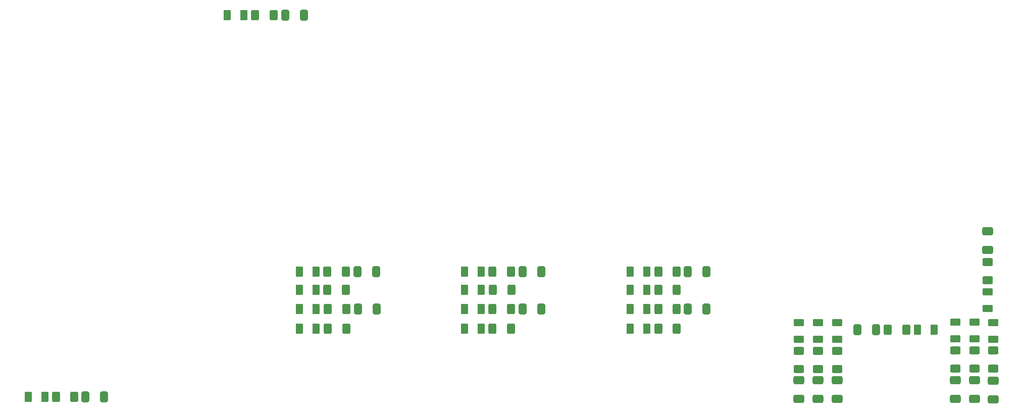
<source format=gtp>
G04 #@! TF.GenerationSoftware,KiCad,Pcbnew,8.0.0*
G04 #@! TF.CreationDate,2025-01-04T20:19:00+01:00*
G04 #@! TF.ProjectId,motherbard,6d6f7468-6572-4626-9172-642e6b696361,rev?*
G04 #@! TF.SameCoordinates,Original*
G04 #@! TF.FileFunction,Paste,Top*
G04 #@! TF.FilePolarity,Positive*
%FSLAX46Y46*%
G04 Gerber Fmt 4.6, Leading zero omitted, Abs format (unit mm)*
G04 Created by KiCad (PCBNEW 8.0.0) date 2025-01-04 20:19:00*
%MOMM*%
%LPD*%
G01*
G04 APERTURE LIST*
G04 Aperture macros list*
%AMRoundRect*
0 Rectangle with rounded corners*
0 $1 Rounding radius*
0 $2 $3 $4 $5 $6 $7 $8 $9 X,Y pos of 4 corners*
0 Add a 4 corners polygon primitive as box body*
4,1,4,$2,$3,$4,$5,$6,$7,$8,$9,$2,$3,0*
0 Add four circle primitives for the rounded corners*
1,1,$1+$1,$2,$3*
1,1,$1+$1,$4,$5*
1,1,$1+$1,$6,$7*
1,1,$1+$1,$8,$9*
0 Add four rect primitives between the rounded corners*
20,1,$1+$1,$2,$3,$4,$5,0*
20,1,$1+$1,$4,$5,$6,$7,0*
20,1,$1+$1,$6,$7,$8,$9,0*
20,1,$1+$1,$8,$9,$2,$3,0*%
G04 Aperture macros list end*
%ADD10RoundRect,0.250000X-0.412500X-0.650000X0.412500X-0.650000X0.412500X0.650000X-0.412500X0.650000X0*%
%ADD11RoundRect,0.250000X-0.375000X-0.625000X0.375000X-0.625000X0.375000X0.625000X-0.375000X0.625000X0*%
%ADD12RoundRect,0.250000X-0.625000X0.400000X-0.625000X-0.400000X0.625000X-0.400000X0.625000X0.400000X0*%
%ADD13RoundRect,0.250000X-0.625000X0.375000X-0.625000X-0.375000X0.625000X-0.375000X0.625000X0.375000X0*%
%ADD14RoundRect,0.250000X-0.400000X-0.625000X0.400000X-0.625000X0.400000X0.625000X-0.400000X0.625000X0*%
%ADD15RoundRect,0.250000X0.625000X-0.375000X0.625000X0.375000X-0.625000X0.375000X-0.625000X-0.375000X0*%
%ADD16RoundRect,0.250000X-0.650000X0.412500X-0.650000X-0.412500X0.650000X-0.412500X0.650000X0.412500X0*%
%ADD17RoundRect,0.250000X0.375000X0.625000X-0.375000X0.625000X-0.375000X-0.625000X0.375000X-0.625000X0*%
%ADD18RoundRect,0.250000X0.412500X0.650000X-0.412500X0.650000X-0.412500X-0.650000X0.412500X-0.650000X0*%
%ADD19RoundRect,0.250000X0.625000X-0.400000X0.625000X0.400000X-0.625000X0.400000X-0.625000X-0.400000X0*%
%ADD20RoundRect,0.250000X0.400000X0.625000X-0.400000X0.625000X-0.400000X-0.625000X0.400000X-0.625000X0*%
%ADD21RoundRect,0.250000X0.650000X-0.412500X0.650000X0.412500X-0.650000X0.412500X-0.650000X-0.412500X0*%
G04 APERTURE END LIST*
D10*
X158475000Y-112400000D03*
X161600000Y-112400000D03*
D11*
X121000000Y-112400000D03*
X123800000Y-112400000D03*
D10*
X90975000Y-63100000D03*
X94100000Y-63100000D03*
D11*
X148800000Y-115700000D03*
X151600000Y-115700000D03*
X93300000Y-112400000D03*
X96100000Y-112400000D03*
D12*
X183500000Y-119400000D03*
X183500000Y-122500000D03*
X203290000Y-119300000D03*
X203290000Y-122400000D03*
D13*
X206500000Y-114600000D03*
X206500000Y-117400000D03*
D10*
X158475000Y-106100000D03*
X161600000Y-106100000D03*
D14*
X97997500Y-106100000D03*
X101097500Y-106100000D03*
D10*
X130775000Y-106100000D03*
X133900000Y-106100000D03*
D15*
X208700000Y-112300000D03*
X208700000Y-109500000D03*
D13*
X209700000Y-114665000D03*
X209700000Y-117465000D03*
D12*
X177100000Y-119400000D03*
X177100000Y-122500000D03*
D14*
X98100000Y-115700000D03*
X101200000Y-115700000D03*
X153500000Y-106100000D03*
X156600000Y-106100000D03*
D10*
X57475000Y-127100000D03*
X60600000Y-127100000D03*
D11*
X121000000Y-106100000D03*
X123800000Y-106100000D03*
D16*
X203290000Y-124375000D03*
X203290000Y-127500000D03*
D14*
X98100000Y-112400000D03*
X101200000Y-112400000D03*
X125800000Y-109200000D03*
X128900000Y-109200000D03*
D11*
X121000000Y-109200000D03*
X123800000Y-109200000D03*
D16*
X206500000Y-124375000D03*
X206500000Y-127500000D03*
D11*
X93300000Y-115700000D03*
X96100000Y-115700000D03*
D13*
X203300000Y-114600000D03*
X203300000Y-117400000D03*
X177100000Y-114700000D03*
X177100000Y-117500000D03*
D17*
X199800000Y-115900000D03*
X197000000Y-115900000D03*
D16*
X180300000Y-124375000D03*
X180300000Y-127500000D03*
D11*
X148800000Y-106100000D03*
X151600000Y-106100000D03*
D14*
X125700000Y-112400000D03*
X128800000Y-112400000D03*
D11*
X93300000Y-106100000D03*
X96100000Y-106100000D03*
D14*
X153500000Y-112400000D03*
X156600000Y-112400000D03*
X153500000Y-115700000D03*
X156600000Y-115700000D03*
D10*
X103075000Y-106100000D03*
X106200000Y-106100000D03*
D13*
X183520000Y-114677500D03*
X183520000Y-117477500D03*
D14*
X98000000Y-109200000D03*
X101100000Y-109200000D03*
X153500000Y-109200000D03*
X156600000Y-109200000D03*
X125700000Y-115700000D03*
X128800000Y-115700000D03*
D11*
X47840000Y-127100000D03*
X50640000Y-127100000D03*
D12*
X180300000Y-119400000D03*
X180300000Y-122500000D03*
X206500000Y-119300000D03*
X206500000Y-122400000D03*
D14*
X52500000Y-127100000D03*
X55600000Y-127100000D03*
D18*
X190025000Y-115900000D03*
X186900000Y-115900000D03*
D11*
X121000000Y-115700000D03*
X123800000Y-115700000D03*
D13*
X180300000Y-114700000D03*
X180300000Y-117500000D03*
D19*
X208700000Y-107600000D03*
X208700000Y-104500000D03*
D16*
X177100000Y-124375000D03*
X177100000Y-127500000D03*
D20*
X195100000Y-115900000D03*
X192000000Y-115900000D03*
D11*
X148800000Y-112400000D03*
X151600000Y-112400000D03*
D21*
X208700000Y-102525000D03*
X208700000Y-99400000D03*
D10*
X103175000Y-112400000D03*
X106300000Y-112400000D03*
D16*
X209700000Y-124400000D03*
X209700000Y-127525000D03*
D11*
X148800000Y-109200000D03*
X151600000Y-109200000D03*
D10*
X130775000Y-112400000D03*
X133900000Y-112400000D03*
D11*
X81200000Y-63100000D03*
X84000000Y-63100000D03*
D14*
X125700000Y-106100000D03*
X128800000Y-106100000D03*
D16*
X183500000Y-124375000D03*
X183500000Y-127500000D03*
D14*
X85900000Y-63080000D03*
X89000000Y-63080000D03*
D11*
X93300000Y-109200000D03*
X96100000Y-109200000D03*
D12*
X209700000Y-119325000D03*
X209700000Y-122425000D03*
M02*

</source>
